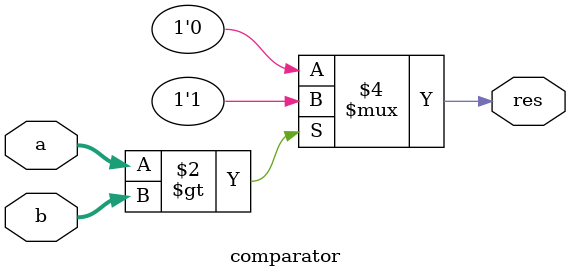
<source format=sv>
module comparator(
    input logic [7:0] a,b,
    output logic res 
);
always_comb begin
    if( a > b )
        res = 1;
    else 
        res = 0;
end
endmodule
</source>
